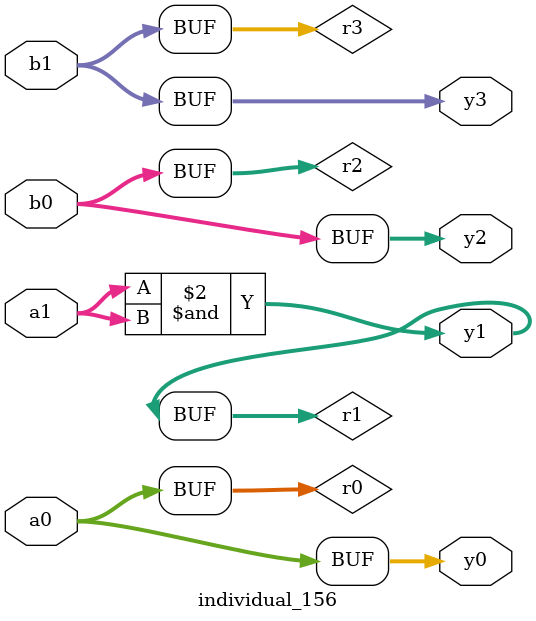
<source format=sv>
module individual_156(input logic [15:0] a1, input logic [15:0] a0, input logic [15:0] b1, input logic [15:0] b0, output logic [15:0] y3, output logic [15:0] y2, output logic [15:0] y1, output logic [15:0] y0);
logic [15:0] r0, r1, r2, r3; 
 always@(*) begin 
	 r0 = a0; r1 = a1; r2 = b0; r3 = b1; 
 	 r1  &=  r1 ;
 	 y3 = r3; y2 = r2; y1 = r1; y0 = r0; 
end
endmodule
</source>
